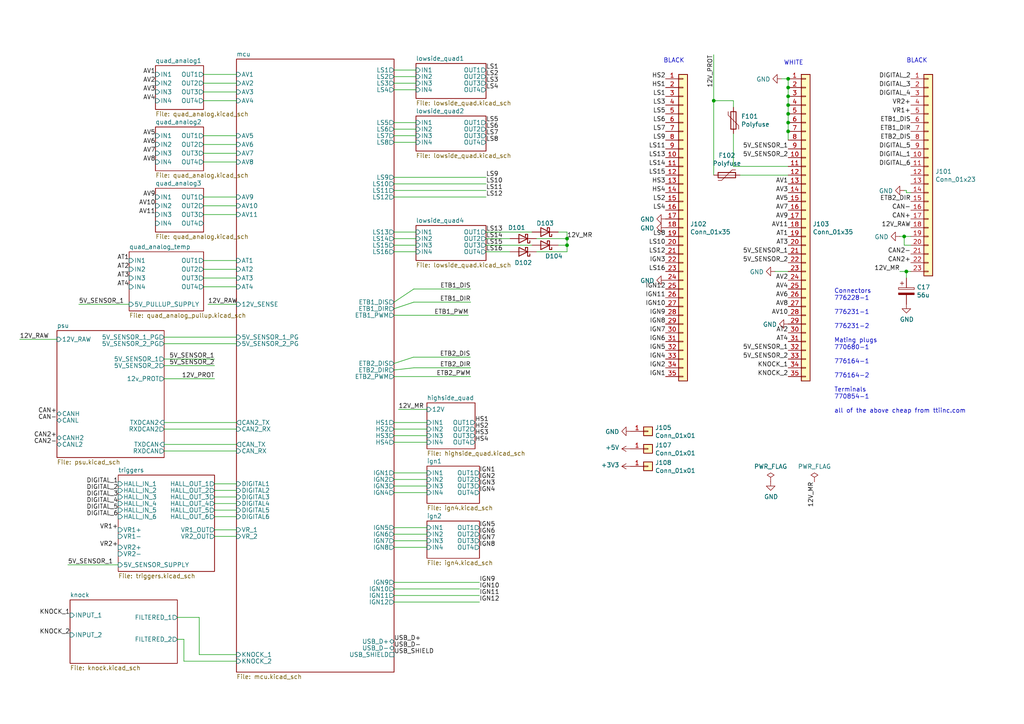
<source format=kicad_sch>
(kicad_sch (version 20211123) (generator eeschema)
  (paper "A4")
  (title_block (title "rusEfi Proteus") (date "2022-04-09") (rev "v0.7") (company "rusEFI") (comment 1 "github.com/mck1117/proteus") (comment 2 "rusefi.com/s/proteus"))
  (lib_symbols
    (symbol "Connector_Generic:Conn_01x01" (pin_names (offset 1.016) hide)
      (property "Reference" "J" (at 0 2.54 0))
      (property "Value" "Conn_01x01" (at 0 -2.54 0))
      (symbol "Conn_01x01_1_1"
        (rectangle (start -1.27 0.127) (end 0 -0.127) (stroke (width 0.1524)))
        (rectangle (start -1.27 1.27) (end 1.27 -1.27) (stroke (width 0.254)) (fill (type background)))
        (pin passive line (at -5.08 0 0) (length 3.81) (name "Pin_1") (number "1"))
      )
    )
    (symbol "Connector_Generic:Conn_01x23" (pin_names (offset 1.016) hide)
      (property "Reference" "J" (at 0 30.48 0))
      (property "Value" "Conn_01x23" (at 0 -30.48 0))
      (symbol "Conn_01x23_1_1"
        (rectangle (start -1.27 -27.813) (end 0 -28.067) (stroke (width 0.1524)))
        (rectangle (start -1.27 -25.273) (end 0 -25.527) (stroke (width 0.1524)))
        (rectangle (start -1.27 -22.733) (end 0 -22.987) (stroke (width 0.1524)))
        (rectangle (start -1.27 -20.193) (end 0 -20.447) (stroke (width 0.1524)))
        (rectangle (start -1.27 -17.653) (end 0 -17.907) (stroke (width 0.1524)))
        (rectangle (start -1.27 -15.113) (end 0 -15.367) (stroke (width 0.1524)))
        (rectangle (start -1.27 -12.573) (end 0 -12.827) (stroke (width 0.1524)))
        (rectangle (start -1.27 -10.033) (end 0 -10.287) (stroke (width 0.1524)))
        (rectangle (start -1.27 -7.493) (end 0 -7.747) (stroke (width 0.1524)))
        (rectangle (start -1.27 -4.953) (end 0 -5.207) (stroke (width 0.1524)))
        (rectangle (start -1.27 -2.413) (end 0 -2.667) (stroke (width 0.1524)))
        (rectangle (start -1.27 0.127) (end 0 -0.127) (stroke (width 0.1524)))
        (rectangle (start -1.27 2.667) (end 0 2.413) (stroke (width 0.1524)))
        (rectangle (start -1.27 5.207) (end 0 4.953) (stroke (width 0.1524)))
        (rectangle (start -1.27 7.747) (end 0 7.493) (stroke (width 0.1524)))
        (rectangle (start -1.27 10.287) (end 0 10.033) (stroke (width 0.1524)))
        (rectangle (start -1.27 12.827) (end 0 12.573) (stroke (width 0.1524)))
        (rectangle (start -1.27 15.367) (end 0 15.113) (stroke (width 0.1524)))
        (rectangle (start -1.27 17.907) (end 0 17.653) (stroke (width 0.1524)))
        (rectangle (start -1.27 20.447) (end 0 20.193) (stroke (width 0.1524)))
        (rectangle (start -1.27 22.987) (end 0 22.733) (stroke (width 0.1524)))
        (rectangle (start -1.27 25.527) (end 0 25.273) (stroke (width 0.1524)))
        (rectangle (start -1.27 28.067) (end 0 27.813) (stroke (width 0.1524)))
        (rectangle (start -1.27 29.21) (end 1.27 -29.21) (stroke (width 0.254)) (fill (type background)))
        (pin passive line (at -5.08 27.94 0) (length 3.81) (name "Pin_1") (number "1"))
        (pin passive line (at -5.08 5.08 0) (length 3.81) (name "Pin_10") (number "10"))
        (pin passive line (at -5.08 2.54 0) (length 3.81) (name "Pin_11") (number "11"))
        (pin passive line (at -5.08 0 0) (length 3.81) (name "Pin_12") (number "12"))
        (pin passive line (at -5.08 -2.54 0) (length 3.81) (name "Pin_13") (number "13"))
        (pin passive line (at -5.08 -5.08 0) (length 3.81) (name "Pin_14") (number "14"))
        (pin passive line (at -5.08 -7.62 0) (length 3.81) (name "Pin_15") (number "15"))
        (pin passive line (at -5.08 -10.16 0) (length 3.81) (name "Pin_16") (number "16"))
        (pin passive line (at -5.08 -12.7 0) (length 3.81) (name "Pin_17") (number "17"))
        (pin passive line (at -5.08 -15.24 0) (length 3.81) (name "Pin_18") (number "18"))
        (pin passive line (at -5.08 -17.78 0) (length 3.81) (name "Pin_19") (number "19"))
        (pin passive line (at -5.08 25.4 0) (length 3.81) (name "Pin_2") (number "2"))
        (pin passive line (at -5.08 -20.32 0) (length 3.81) (name "Pin_20") (number "20"))
        (pin passive line (at -5.08 -22.86 0) (length 3.81) (name "Pin_21") (number "21"))
        (pin passive line (at -5.08 -25.4 0) (length 3.81) (name "Pin_22") (number "22"))
        (pin passive line (at -5.08 -27.94 0) (length 3.81) (name "Pin_23") (number "23"))
        (pin passive line (at -5.08 22.86 0) (length 3.81) (name "Pin_3") (number "3"))
        (pin passive line (at -5.08 20.32 0) (length 3.81) (name "Pin_4") (number "4"))
        (pin passive line (at -5.08 17.78 0) (length 3.81) (name "Pin_5") (number "5"))
        (pin passive line (at -5.08 15.24 0) (length 3.81) (name "Pin_6") (number "6"))
        (pin passive line (at -5.08 12.7 0) (length 3.81) (name "Pin_7") (number "7"))
        (pin passive line (at -5.08 10.16 0) (length 3.81) (name "Pin_8") (number "8"))
        (pin passive line (at -5.08 7.62 0) (length 3.81) (name "Pin_9") (number "9"))
      )
    )
    (symbol "Connector_Generic:Conn_01x35" (pin_names (offset 1.016) hide)
      (property "Reference" "J" (at 0 45.72 0))
      (property "Value" "Conn_01x35" (at 0 -45.72 0))
      (symbol "Conn_01x35_1_1"
        (rectangle (start -1.27 -43.053) (end 0 -43.307) (stroke (width 0.1524)))
        (rectangle (start -1.27 -40.513) (end 0 -40.767) (stroke (width 0.1524)))
        (rectangle (start -1.27 -37.973) (end 0 -38.227) (stroke (width 0.1524)))
        (rectangle (start -1.27 -35.433) (end 0 -35.687) (stroke (width 0.1524)))
        (rectangle (start -1.27 -32.893) (end 0 -33.147) (stroke (width 0.1524)))
        (rectangle (start -1.27 -30.353) (end 0 -30.607) (stroke (width 0.1524)))
        (rectangle (start -1.27 -27.813) (end 0 -28.067) (stroke (width 0.1524)))
        (rectangle (start -1.27 -25.273) (end 0 -25.527) (stroke (width 0.1524)))
        (rectangle (start -1.27 -22.733) (end 0 -22.987) (stroke (width 0.1524)))
        (rectangle (start -1.27 -20.193) (end 0 -20.447) (stroke (width 0.1524)))
        (rectangle (start -1.27 -17.653) (end 0 -17.907) (stroke (width 0.1524)))
        (rectangle (start -1.27 -15.113) (end 0 -15.367) (stroke (width 0.1524)))
        (rectangle (start -1.27 -12.573) (end 0 -12.827) (stroke (width 0.1524)))
        (rectangle (start -1.27 -10.033) (end 0 -10.287) (stroke (width 0.1524)))
        (rectangle (start -1.27 -7.493) (end 0 -7.747) (stroke (width 0.1524)))
        (rectangle (start -1.27 -4.953) (end 0 -5.207) (stroke (width 0.1524)))
        (rectangle (start -1.27 -2.413) (end 0 -2.667) (stroke (width 0.1524)))
        (rectangle (start -1.27 0.127) (end 0 -0.127) (stroke (width 0.1524)))
        (rectangle (start -1.27 2.667) (end 0 2.413) (stroke (width 0.1524)))
        (rectangle (start -1.27 5.207) (end 0 4.953) (stroke (width 0.1524)))
        (rectangle (start -1.27 7.747) (end 0 7.493) (stroke (width 0.1524)))
        (rectangle (start -1.27 10.287) (end 0 10.033) (stroke (width 0.1524)))
        (rectangle (start -1.27 12.827) (end 0 12.573) (stroke (width 0.1524)))
        (rectangle (start -1.27 15.367) (end 0 15.113) (stroke (width 0.1524)))
        (rectangle (start -1.27 17.907) (end 0 17.653) (stroke (width 0.1524)))
        (rectangle (start -1.27 20.447) (end 0 20.193) (stroke (width 0.1524)))
        (rectangle (start -1.27 22.987) (end 0 22.733) (stroke (width 0.1524)))
        (rectangle (start -1.27 25.527) (end 0 25.273) (stroke (width 0.1524)))
        (rectangle (start -1.27 28.067) (end 0 27.813) (stroke (width 0.1524)))
        (rectangle (start -1.27 30.607) (end 0 30.353) (stroke (width 0.1524)))
        (rectangle (start -1.27 33.147) (end 0 32.893) (stroke (width 0.1524)))
        (rectangle (start -1.27 35.687) (end 0 35.433) (stroke (width 0.1524)))
        (rectangle (start -1.27 38.227) (end 0 37.973) (stroke (width 0.1524)))
        (rectangle (start -1.27 40.767) (end 0 40.513) (stroke (width 0.1524)))
        (rectangle (start -1.27 43.307) (end 0 43.053) (stroke (width 0.1524)))
        (rectangle (start -1.27 44.45) (end 1.27 -44.45) (stroke (width 0.254)) (fill (type background)))
        (pin passive line (at -5.08 43.18 0) (length 3.81) (name "Pin_1") (number "1"))
        (pin passive line (at -5.08 20.32 0) (length 3.81) (name "Pin_10") (number "10"))
        (pin passive line (at -5.08 17.78 0) (length 3.81) (name "Pin_11") (number "11"))
        (pin passive line (at -5.08 15.24 0) (length 3.81) (name "Pin_12") (number "12"))
        (pin passive line (at -5.08 12.7 0) (length 3.81) (name "Pin_13") (number "13"))
        (pin passive line (at -5.08 10.16 0) (length 3.81) (name "Pin_14") (number "14"))
        (pin passive line (at -5.08 7.62 0) (length 3.81) (name "Pin_15") (number "15"))
        (pin passive line (at -5.08 5.08 0) (length 3.81) (name "Pin_16") (number "16"))
        (pin passive line (at -5.08 2.54 0) (length 3.81) (name "Pin_17") (number "17"))
        (pin passive line (at -5.08 0 0) (length 3.81) (name "Pin_18") (number "18"))
        (pin passive line (at -5.08 -2.54 0) (length 3.81) (name "Pin_19") (number "19"))
        (pin passive line (at -5.08 40.64 0) (length 3.81) (name "Pin_2") (number "2"))
        (pin passive line (at -5.08 -5.08 0) (length 3.81) (name "Pin_20") (number "20"))
        (pin passive line (at -5.08 -7.62 0) (length 3.81) (name "Pin_21") (number "21"))
        (pin passive line (at -5.08 -10.16 0) (length 3.81) (name "Pin_22") (number "22"))
        (pin passive line (at -5.08 -12.7 0) (length 3.81) (name "Pin_23") (number "23"))
        (pin passive line (at -5.08 -15.24 0) (length 3.81) (name "Pin_24") (number "24"))
        (pin passive line (at -5.08 -17.78 0) (length 3.81) (name "Pin_25") (number "25"))
        (pin passive line (at -5.08 -20.32 0) (length 3.81) (name "Pin_26") (number "26"))
        (pin passive line (at -5.08 -22.86 0) (length 3.81) (name "Pin_27") (number "27"))
        (pin passive line (at -5.08 -25.4 0) (length 3.81) (name "Pin_28") (number "28"))
        (pin passive line (at -5.08 -27.94 0) (length 3.81) (name "Pin_29") (number "29"))
        (pin passive line (at -5.08 38.1 0) (length 3.81) (name "Pin_3") (number "3"))
        (pin passive line (at -5.08 -30.48 0) (length 3.81) (name "Pin_30") (number "30"))
        (pin passive line (at -5.08 -33.02 0) (length 3.81) (name "Pin_31") (number "31"))
        (pin passive line (at -5.08 -35.56 0) (length 3.81) (name "Pin_32") (number "32"))
        (pin passive line (at -5.08 -38.1 0) (length 3.81) (name "Pin_33") (number "33"))
        (pin passive line (at -5.08 -40.64 0) (length 3.81) (name "Pin_34") (number "34"))
        (pin passive line (at -5.08 -43.18 0) (length 3.81) (name "Pin_35") (number "35"))
        (pin passive line (at -5.08 35.56 0) (length 3.81) (name "Pin_4") (number "4"))
        (pin passive line (at -5.08 33.02 0) (length 3.81) (name "Pin_5") (number "5"))
        (pin passive line (at -5.08 30.48 0) (length 3.81) (name "Pin_6") (number "6"))
        (pin passive line (at -5.08 27.94 0) (length 3.81) (name "Pin_7") (number "7"))
        (pin passive line (at -5.08 25.4 0) (length 3.81) (name "Pin_8") (number "8"))
        (pin passive line (at -5.08 22.86 0) (length 3.81) (name "Pin_9") (number "9"))
      )
    )
    (symbol "Device:CP" (pin_numbers hide) (pin_names (offset 0.254))
      (property "Reference" "C" (at 0.635 2.54 0))
      (property "Value" "Device_CP" (at 0.635 -2.54 0))
      (symbol "CP_0_1"
        (rectangle (start -2.286 0.508) (end 2.286 1.016))
        (polyline (pts (xy -1.778 2.286) (xy -0.762 2.286)))
        (polyline (pts (xy -1.27 2.794) (xy -1.27 1.778)))
        (rectangle (start 2.286 -0.508) (end -2.286 -1.016) (fill (type outline)))
      )
      (symbol "CP_1_1"
        (pin passive line (at 0 3.81 270) (length 2.794) (name "~") (number "1"))
        (pin passive line (at 0 -3.81 90) (length 2.794) (name "~") (number "2"))
      )
    )
    (symbol "Device:D_Schottky" (pin_numbers hide) (pin_names (offset 1.016) hide)
      (property "Reference" "D" (at 0 2.54 0))
      (property "Value" "D_Schottky" (at 0 -2.54 0))
      (symbol "D_Schottky_0_1"
        (polyline (pts (xy 1.27 0) (xy -1.27 0)))
        (polyline (pts (xy 1.27 1.27) (xy 1.27 -1.27) (xy -1.27 0) (xy 1.27 1.27)) (stroke (width 0.254)))
        (polyline (pts (xy -1.905 0.635) (xy -1.905 1.27) (xy -1.27 1.27) (xy -1.27 -1.27) (xy -0.635 -1.27) (xy -0.635 -0.635)) (stroke (width 0.254)))
      )
      (symbol "D_Schottky_1_1"
        (pin passive line (at -3.81 0 0) (length 2.54) (name "K") (number "1"))
        (pin passive line (at 3.81 0 180) (length 2.54) (name "A") (number "2"))
      )
    )
    (symbol "Device:Polyfuse" (pin_numbers hide) (pin_names (offset 0))
      (property "Reference" "F" (at -2.54 0 90))
      (property "Value" "Polyfuse" (at 2.54 0 90))
      (symbol "Polyfuse_0_1"
        (rectangle (start -0.762 2.54) (end 0.762 -2.54) (stroke (width 0.254)))
        (polyline (pts (xy 0 2.54) (xy 0 -2.54)))
        (polyline (pts (xy -1.524 2.54) (xy -1.524 1.524) (xy 1.524 -1.524) (xy 1.524 -2.54)))
      )
      (symbol "Polyfuse_1_1"
        (pin passive line (at 0 3.81 270) (length 1.27) (name "~") (number "1"))
        (pin passive line (at 0 -3.81 90) (length 1.27) (name "~") (number "2"))
      )
    )
    (symbol "power:+3.3V" (power) (pin_names (offset 0))
      (property "Value" "+3.3V" (at 0 3.556 0))
      (symbol "+3.3V_0_1"
        (polyline (pts (xy -0.762 1.27) (xy 0 2.54)))
        (polyline (pts (xy 0 0) (xy 0 2.54)))
        (polyline (pts (xy 0 2.54) (xy 0.762 1.27)))
      )
      (symbol "+3.3V_1_1"
        (pin power_in line (at 0 0 90) (length 0) hide (name "+3V3") (number "1"))
      )
    )
    (symbol "power:+5V" (power) (pin_names (offset 0))
      (property "Value" "+5V" (at 0 3.556 0))
      (symbol "+5V_0_1"
        (polyline (pts (xy -0.762 1.27) (xy 0 2.54)))
        (polyline (pts (xy 0 0) (xy 0 2.54)))
        (polyline (pts (xy 0 2.54) (xy 0.762 1.27)))
      )
      (symbol "+5V_1_1"
        (pin power_in line (at 0 0 90) (length 0) hide (name "+5V") (number "1"))
      )
    )
    (symbol "power:GND" (power) (pin_names (offset 0))
      (property "Value" "GND" (at 0 -3.81 0))
      (symbol "GND_0_1"
        (polyline (pts (xy 0 0) (xy 0 -1.27) (xy 1.27 -1.27) (xy 0 -2.54) (xy -1.27 -1.27) (xy 0 -1.27)))
      )
      (symbol "GND_1_1"
        (pin power_in line (at 0 0 270) (length 0) hide (name "GND") (number "1"))
      )
    )
    (symbol "power:PWR_FLAG" (power) (pin_numbers hide) (pin_names (offset 0) hide)
      (property "Value" "PWR_FLAG" (at 0 3.81 0))
      (symbol "PWR_FLAG_0_0"
        (pin power_out line (at 0 0 90) (length 0) (name "pwr") (number "1"))
      )
      (symbol "PWR_FLAG_0_1"
        (polyline (pts (xy 0 0) (xy 0 1.27) (xy -1.016 1.905) (xy 0 2.54) (xy 1.016 1.905) (xy 0 1.27)))
      )
    )
  )
  (junction (at 164.465 69.215))
  (junction (at 164.465 71.12))
  (junction (at 228.6 27.94))
  (junction (at 228.6 35.56))
  (junction (at 262.89 78.74))
  (junction (at 228.6 38.1))
  (junction (at 228.6 22.86))
  (junction (at 228.6 33.02))
  (junction (at 228.6 30.48))
  (junction (at 207.01 29.21))
  (junction (at 262.255 68.58))
  (junction (at 228.6 25.4))
  (wire (pts (xy 62.23 144.145) (xy 68.58 144.145)))
  (wire (pts (xy 212.725 29.21) (xy 207.01 29.21)))
  (wire (pts (xy 114.3 168.91) (xy 139.065 168.91)))
  (wire (pts (xy 262.89 78.74) (xy 264.16 78.74)))
  (wire (pts (xy 62.23 106.045) (xy 47.625 106.045)))
  (wire (pts (xy 19.685 163.83) (xy 34.29 163.83)))
  (wire (pts (xy 47.625 124.46) (xy 68.58 124.46)))
  (wire (pts (xy 147.955 69.215) (xy 140.97 69.215)))
  (wire (pts (xy 164.465 69.215) (xy 164.465 67.31)))
  (wire (pts (xy 226.695 22.86) (xy 228.6 22.86)))
  (wire (pts (xy 123.825 142.875) (xy 114.3 142.875)))
  (wire (pts (xy 123.825 158.75) (xy 114.3 158.75)))
  (wire (pts (xy 114.3 35.56) (xy 120.65 35.56)))
  (wire (pts (xy 114.3 71.12) (xy 120.65 71.12)))
  (wire (pts (xy 114.3 128.27) (xy 123.825 128.27)))
  (wire (pts (xy 228.6 33.02) (xy 228.6 35.56)))
  (wire (pts (xy 114.3 153.035) (xy 123.825 153.035)))
  (wire (pts (xy 260.985 78.74) (xy 262.89 78.74)))
  (wire (pts (xy 114.3 174.625) (xy 139.065 174.625)))
  (wire (pts (xy 140.97 67.31) (xy 154.305 67.31)))
  (wire (pts (xy 120.65 73.025) (xy 114.3 73.025)))
  (wire (pts (xy 62.23 147.955) (xy 68.58 147.955)))
  (wire (pts (xy 114.3 53.34) (xy 140.97 53.34)))
  (wire (pts (xy 140.97 71.12) (xy 154.305 71.12)))
  (wire (pts (xy 120.015 106.68) (xy 114.3 107.315)))
  (wire (pts (xy 115.57 118.745) (xy 123.825 118.745)))
  (wire (pts (xy 262.89 55.245) (xy 262.89 55.88)))
  (wire (pts (xy 114.3 67.31) (xy 120.65 67.31)))
  (wire (pts (xy 147.955 73.025) (xy 140.97 73.025)))
  (wire (pts (xy 164.465 67.31) (xy 161.925 67.31)))
  (wire (pts (xy 114.3 55.245) (xy 140.97 55.245)))
  (wire (pts (xy 214.63 50.8) (xy 228.6 50.8)))
  (wire (pts (xy 228.6 22.86) (xy 228.6 25.4)))
  (wire (pts (xy 68.58 130.81) (xy 47.625 130.81)))
  (wire (pts (xy 224.79 78.74) (xy 228.6 78.74)))
  (wire (pts (xy 264.16 68.58) (xy 262.255 68.58)))
  (wire (pts (xy 120.65 41.275) (xy 114.3 41.275)))
  (wire (pts (xy 207.01 15.875) (xy 207.01 29.21)))
  (wire (pts (xy 68.58 29.21) (xy 59.055 29.21)))
  (wire (pts (xy 68.58 142.24) (xy 62.23 142.24)))
  (wire (pts (xy 228.6 38.1) (xy 228.6 40.64)))
  (wire (pts (xy 114.3 91.44) (xy 135.89 91.44)))
  (wire (pts (xy 228.6 48.26) (xy 212.725 48.26)))
  (wire (pts (xy 114.3 20.32) (xy 120.65 20.32)))
  (wire (pts (xy 57.785 189.865) (xy 68.58 189.865)))
  (wire (pts (xy 114.3 109.22) (xy 136.525 109.22)))
  (wire (pts (xy 120.015 83.82) (xy 136.525 83.82)))
  (wire (pts (xy 68.58 59.69) (xy 59.055 59.69)))
  (wire (pts (xy 262.89 80.645) (xy 262.89 78.74)))
  (wire (pts (xy 59.055 57.15) (xy 68.58 57.15)))
  (wire (pts (xy 5.715 98.425) (xy 16.51 98.425)))
  (wire (pts (xy 161.925 71.12) (xy 164.465 71.12)))
  (wire (pts (xy 120.65 22.225) (xy 114.3 22.225)))
  (wire (pts (xy 62.23 140.335) (xy 68.58 140.335)))
  (wire (pts (xy 51.435 185.42) (xy 53.34 185.42)))
  (wire (pts (xy 123.825 140.97) (xy 114.3 140.97)))
  (wire (pts (xy 59.055 44.45) (xy 68.58 44.45)))
  (wire (pts (xy 47.625 97.79) (xy 68.58 97.79)))
  (wire (pts (xy 47.625 99.695) (xy 68.58 99.695)))
  (wire (pts (xy 47.625 109.855) (xy 62.23 109.855)))
  (wire (pts (xy 59.055 75.565) (xy 68.58 75.565)))
  (wire (pts (xy 53.34 185.42) (xy 53.34 191.77)))
  (wire (pts (xy 262.89 55.88) (xy 264.16 55.88)))
  (wire (pts (xy 59.055 39.37) (xy 68.58 39.37)))
  (wire (pts (xy 114.3 137.16) (xy 123.825 137.16)))
  (wire (pts (xy 120.65 69.215) (xy 114.3 69.215)))
  (wire (pts (xy 60.325 88.265) (xy 68.58 88.265)))
  (wire (pts (xy 212.725 31.115) (xy 212.725 29.21)))
  (wire (pts (xy 68.58 78.105) (xy 59.055 78.105)))
  (wire (pts (xy 62.23 153.67) (xy 68.58 153.67)))
  (wire (pts (xy 114.3 39.37) (xy 120.65 39.37)))
  (wire (pts (xy 47.625 128.905) (xy 68.58 128.905)))
  (wire (pts (xy 59.055 80.645) (xy 68.58 80.645)))
  (wire (pts (xy 120.65 26.035) (xy 114.3 26.035)))
  (wire (pts (xy 228.6 25.4) (xy 228.6 27.94)))
  (wire (pts (xy 120.015 83.82) (xy 114.3 87.63)))
  (wire (pts (xy 164.465 73.025) (xy 164.465 71.12)))
  (wire (pts (xy 123.825 126.365) (xy 114.3 126.365)))
  (wire (pts (xy 114.3 170.815) (xy 139.065 170.815)))
  (wire (pts (xy 262.255 71.12) (xy 264.16 71.12)))
  (wire (pts (xy 207.01 29.21) (xy 207.01 50.8)))
  (wire (pts (xy 53.34 191.77) (xy 68.58 191.77)))
  (wire (pts (xy 262.255 55.245) (xy 262.89 55.245)))
  (wire (pts (xy 59.055 62.23) (xy 68.58 62.23)))
  (wire (pts (xy 59.055 26.67) (xy 68.58 26.67)))
  (wire (pts (xy 120.015 87.63) (xy 136.525 87.63)))
  (wire (pts (xy 119.9173 103.5911) (xy 136.4273 103.5911)))
  (wire (pts (xy 68.58 146.05) (xy 62.23 146.05)))
  (wire (pts (xy 68.58 46.99) (xy 59.055 46.99)))
  (wire (pts (xy 47.625 104.14) (xy 62.23 104.14)))
  (wire (pts (xy 212.725 48.26) (xy 212.725 38.735)))
  (wire (pts (xy 155.575 73.025) (xy 164.465 73.025)))
  (wire (pts (xy 68.58 83.185) (xy 59.055 83.185)))
  (wire (pts (xy 68.58 24.13) (xy 59.055 24.13)))
  (wire (pts (xy 114.3 172.72) (xy 139.065 172.72)))
  (wire (pts (xy 260.985 68.58) (xy 262.255 68.58)))
  (wire (pts (xy 22.86 88.265) (xy 37.465 88.265)))
  (wire (pts (xy 62.23 149.86) (xy 68.58 149.86)))
  (wire (pts (xy 164.465 69.215) (xy 155.575 69.215)))
  (wire (pts (xy 114.3 57.15) (xy 140.97 57.15)))
  (wire (pts (xy 119.9173 103.5911) (xy 114.3 105.41)))
  (wire (pts (xy 228.6 35.56) (xy 228.6 38.1)))
  (wire (pts (xy 47.625 122.555) (xy 68.58 122.555)))
  (wire (pts (xy 123.825 122.555) (xy 114.3 122.555)))
  (wire (pts (xy 51.435 179.07) (xy 57.785 179.07)))
  (wire (pts (xy 164.465 71.12) (xy 164.465 69.215)))
  (wire (pts (xy 120.015 87.63) (xy 114.3 89.535)))
  (wire (pts (xy 114.3 156.845) (xy 123.825 156.845)))
  (wire (pts (xy 228.6 27.94) (xy 228.6 30.48)))
  (wire (pts (xy 114.3 51.435) (xy 140.97 51.435)))
  (wire (pts (xy 114.3 37.465) (xy 120.65 37.465)))
  (wire (pts (xy 59.055 21.59) (xy 68.58 21.59)))
  (wire (pts (xy 262.255 68.58) (xy 262.255 71.12)))
  (wire (pts (xy 114.3 139.065) (xy 123.825 139.065)))
  (wire (pts (xy 123.825 154.94) (xy 114.3 154.94)))
  (wire (pts (xy 120.015 106.68) (xy 136.525 106.68)))
  (wire (pts (xy 68.58 41.91) (xy 59.055 41.91)))
  (wire (pts (xy 228.6 30.48) (xy 228.6 33.02)))
  (wire (pts (xy 57.785 179.07) (xy 57.785 189.865)))
  (wire (pts (xy 68.58 155.575) (xy 62.23 155.575)))
  (wire (pts (xy 114.3 124.46) (xy 123.825 124.46)))
  (wire (pts (xy 114.3 24.13) (xy 120.65 24.13)))
  (text "BLACK" (at 192.405 18.415 0) (effects (font (size 1.27 1.27)) (justify left bottom)))
  (text "Connectors\n776228-1\n\n776231-1\n\n776231-2\n\nMating plugs\n770680-1\n\n776164-1\n\n776164-2\n\nTerminals\n770854-1\n\nall of the above cheap from ttiinc.com" (at 241.935 120.015 0) (effects (font (size 1.27 1.27)) (justify left bottom)))
  (text "BLACK" (at 262.89 18.415 0) (effects (font (size 1.27 1.27)) (justify left bottom)))
  (text "WHITE" (at 227.33 19.05 0) (effects (font (size 1.27 1.27)) (justify left bottom)))
  (label "LS16" (at 140.97 73.025 0))
  (label "12V_RAW" (at 5.715 98.425 0))
  (label "DIGITAL_1" (at 264.16 45.72 180))
  (label "HS4" (at 137.795 128.27 0))
  (label "KNOCK_1" (at 228.6 106.68 180))
  (label "AV7" (at 228.6 60.96 180))
  (label "AT3" (at 37.465 80.645 180))
  (label "CAN2-" (at 264.16 73.66 180))
  (label "AV3" (at 228.6 55.88 180))
  (label "AV7" (at 45.085 44.45 180))
  (label "IGN10" (at 139.065 170.815 0))
  (label "ETB2_DIR" (at 264.16 58.42 180))
  (label "AV8" (at 228.6 88.9 180))
  (label "AV9" (at 228.6 63.5 180))
  (label "CAN-" (at 264.16 60.96 180))
  (label "DIGITAL_6" (at 34.29 149.86 180))
  (label "HS2" (at 193.04 22.86 180))
  (label "AV9" (at 45.085 57.15 180))
  (label "CAN2+" (at 16.51 127 180))
  (label "IGN11" (at 193.04 86.36 180))
  (label "AV11" (at 228.6 66.04 180))
  (label "AV1" (at 45.085 21.59 180))
  (label "AT1" (at 37.465 75.565 180))
  (label "DIGITAL_3" (at 264.16 25.4 180))
  (label "AT1" (at 228.6 68.58 180))
  (label "LS9" (at 193.04 40.64 180))
  (label "IGN8" (at 139.065 158.75 0))
  (label "AV4" (at 228.6 83.82 180))
  (label "5V_SENSOR_1" (at 228.6 43.18 180))
  (label "5V_SENSOR_1" (at 228.6 73.66 180))
  (label "LS1" (at 193.04 27.94 180))
  (label "ETB2_DIS" (at 264.16 40.64 180))
  (label "ETB2_DIR" (at 136.525 106.68 180))
  (label "VR2+" (at 34.29 158.75 180))
  (label "LS16" (at 193.04 78.74 180))
  (label "5V_SENSOR_2" (at 228.6 45.72 180))
  (label "ETB1_DIR" (at 264.16 38.1 180))
  (label "12V_MR" (at 236.22 139.7 270))
  (label "DIGITAL_1" (at 34.29 140.335 180))
  (label "LS5" (at 140.97 35.56 0))
  (label "LS7" (at 193.04 38.1 180))
  (label "IGN7" (at 139.065 156.845 0))
  (label "5V_SENSOR_1" (at 19.685 163.83 0))
  (label "IGN5" (at 193.04 101.6 180))
  (label "LS13" (at 193.04 45.72 180))
  (label "12V_PROT" (at 62.23 109.855 180))
  (label "AV2" (at 228.6 81.28 180))
  (label "LS7" (at 140.97 39.37 0))
  (label "DIGITAL_2" (at 264.16 22.86 180))
  (label "AV6" (at 228.6 86.36 180))
  (label "LS2" (at 193.04 58.42 180))
  (label "5V_SENSOR_2" (at 62.23 106.045 180))
  (label "IGN5" (at 139.065 153.035 0))
  (label "5V_SENSOR_1" (at 62.23 104.14 180))
  (label "IGN1" (at 139.065 137.16 0))
  (label "USB_D-" (at 114.3 187.96 0))
  (label "IGN4" (at 193.04 104.14 180))
  (label "IGN2" (at 139.065 139.065 0))
  (label "AT3" (at 228.6 71.12 180))
  (label "DIGITAL_5" (at 264.16 43.18 180))
  (label "KNOCK_2" (at 228.6 109.22 180))
  (label "CAN2-" (at 16.51 128.905 180))
  (label "AV2" (at 45.085 24.13 180))
  (label "12V_MR" (at 260.985 78.74 180))
  (label "USB_SHIELD" (at 114.3 189.865 0))
  (label "5V_SENSOR_1" (at 228.6 101.6 180))
  (label "DIGITAL_5" (at 34.29 147.955 180))
  (label "HS2" (at 137.795 124.46 0))
  (label "IGN10" (at 193.04 88.9 180))
  (label "AT2" (at 37.465 78.105 180))
  (label "LS4" (at 140.97 26.035 0))
  (label "12V_MR" (at 164.465 69.215 0))
  (label "LS3" (at 193.04 30.48 180))
  (label "LS4" (at 193.04 60.96 180))
  (label "LS11" (at 193.04 43.18 180))
  (label "LS8" (at 193.04 68.58 180))
  (label "CAN+" (at 264.16 63.5 180))
  (label "IGN6" (at 139.065 154.94 0))
  (label "LS15" (at 193.04 50.8 180))
  (label "HS1" (at 137.795 122.555 0))
  (label "LS8" (at 140.97 41.275 0))
  (label "IGN7" (at 193.04 96.52 180))
  (label "VR1+" (at 264.16 33.02 180))
  (label "AV1" (at 228.6 53.34 180))
  (label "DIGITAL_3" (at 34.29 144.145 180))
  (label "ETB2_DIS" (at 136.4273 103.5911 180))
  (label "LS2" (at 140.97 22.225 0))
  (label "12V_RAW" (at 264.16 66.04 180))
  (label "IGN1" (at 193.04 109.22 180))
  (label "AV11" (at 45.085 62.23 180))
  (label "AT2" (at 228.6 96.52 180))
  (label "IGN9" (at 193.04 91.44 180))
  (label "IGN3" (at 193.04 76.2 180))
  (label "LS3" (at 140.97 24.13 0))
  (label "IGN11" (at 139.065 172.72 0))
  (label "5V_SENSOR_2" (at 228.6 104.14 180))
  (label "LS15" (at 140.97 71.12 0))
  (label "USB_D+" (at 114.3 186.055 0))
  (label "KNOCK_2" (at 20.32 184.15 180))
  (label "AV8" (at 45.085 46.99 180))
  (label "AT4" (at 228.6 99.06 180))
  (label "LS1" (at 140.97 20.32 0))
  (label "AV10" (at 228.6 91.44 180))
  (label "IGN12" (at 193.04 83.82 180))
  (label "12V_RAW" (at 60.325 88.265 0))
  (label "LS12" (at 193.04 73.66 180))
  (label "AV5" (at 228.6 58.42 180))
  (label "IGN8" (at 193.04 93.98 180))
  (label "ETB1_DIS" (at 136.525 83.82 180))
  (label "IGN2" (at 193.04 106.68 180))
  (label "CAN2+" (at 264.16 76.2 180))
  (label "LS10" (at 140.97 53.34 0))
  (label "5V_SENSOR_2" (at 228.6 76.2 180))
  (label "LS6" (at 193.04 35.56 180))
  (label "12V_PROT" (at 207.01 25.4 90))
  (label "AT4" (at 37.465 83.185 180))
  (label "HS1" (at 193.04 25.4 180))
  (label "CAN-" (at 16.51 121.92 180))
  (label "12V_MR" (at 115.57 118.745 0))
  (label "LS10" (at 193.04 71.12 180))
  (label "ETB2_PWM" (at 136.525 109.22 180))
  (label "LS9" (at 140.97 51.435 0))
  (label "AV5" (at 45.085 39.37 180))
  (label "AV4" (at 45.085 29.21 180))
  (label "HS3" (at 137.795 126.365 0))
  (label "ETB1_DIS" (at 264.16 35.56 180))
  (label "IGN3" (at 139.065 140.97 0))
  (label "AV10" (at 45.085 59.69 180))
  (label "LS5" (at 193.04 33.02 180))
  (label "IGN9" (at 139.065 168.91 0))
  (label "HS3" (at 193.04 53.34 180))
  (label "LS12" (at 140.97 57.15 0))
  (label "CAN+" (at 16.51 120.015 180))
  (label "LS6" (at 140.97 37.465 0))
  (label "ETB1_PWM" (at 135.89 91.44 180))
  (label "AV6" (at 45.085 41.91 180))
  (label "VR2+" (at 264.16 30.48 180))
  (label "ETB1_DIR" (at 136.525 87.63 180))
  (label "LS14" (at 193.04 48.26 180))
  (label "DIGITAL_2" (at 34.29 142.24 180))
  (label "AV3" (at 45.085 26.67 180))
  (label "DIGITAL_6" (at 264.16 48.26 180))
  (label "LS14" (at 140.97 69.215 0))
  (label "HS4" (at 193.04 55.88 180))
  (label "VR1+" (at 34.29 153.67 180))
  (label "IGN12" (at 139.065 174.625 0))
  (label "5V_SENSOR_1" (at 22.86 88.265 0))
  (label "DIGITAL_4" (at 34.29 146.05 180))
  (label "LS13" (at 140.97 67.31 0))
  (label "IGN4" (at 139.065 142.875 0))
  (label "LS11" (at 140.97 55.245 0))
  (label "IGN6" (at 193.04 99.06 180))
  (label "KNOCK_1" (at 20.32 178.435 180))
  (label "DIGITAL_4" (at 264.16 27.94 180))
  (symbol (lib_id "Connector_Generic:Conn_01x35") (at 198.12 66.04 0) (unit 1)
    (property "Reference" "J102" (at 200.152 64.9732 0) (effects (justify left)))
    (property "Value" "Conn_01x35" (at 200.152 67.2846 0) (effects (justify left)))
    (property "Footprint" "ampseal:ampseal-35" (effects hide))
    (property "PN" "776231-1" (effects hide))
    (property "LCSC" "N/A" (effects hide))
  )
  (symbol (lib_id "Connector_Generic:Conn_01x35") (at 233.68 66.04 0) (unit 1)
    (property "Reference" "J103" (at 235.712 64.9732 0) (effects (justify left)))
    (property "Value" "Conn_01x35" (at 235.712 67.2846 0) (effects (justify left)))
    (property "Footprint" "ampseal:ampseal-35-2" (effects hide))
    (property "PN" "776231-2" (effects hide))
    (property "LCSC" "N/A" (effects hide))
  )
  (symbol (lib_id "Connector_Generic:Conn_01x23") (at 269.24 50.8 0) (unit 1)
    (property "Reference" "J101" (at 271.272 49.7332 0) (effects (justify left)))
    (property "Value" "Conn_01x23" (at 271.272 52.0446 0) (effects (justify left)))
    (property "Footprint" "ampseal:ampseal-23" (effects hide))
    (property "PN" "776228-1" (effects hide))
    (property "LCSC" "N/A" (effects hide))
  )
  (symbol (lib_id "power:GND") (at 260.985 68.58 270) (unit 1)
    (property "Reference" "#PWR0101" (effects hide))
    (property "Value" "GND" (at 257.7338 68.707 90) (effects (justify right)))
  )
  (symbol (lib_id "power:GND") (at 193.04 63.5 270) (unit 1)
    (property "Reference" "#PWR0140" (effects hide))
    (property "Value" "GND" (at 189.7888 63.627 90) (effects (justify right)))
  )
  (symbol (lib_id "power:GND") (at 193.04 66.04 270) (unit 1)
    (property "Reference" "#PWR0141" (effects hide))
    (property "Value" "GND" (at 189.7888 66.167 90) (effects (justify right)))
  )
  (symbol (lib_id "power:GND") (at 226.695 22.86 270) (unit 1)
    (property "Reference" "#PWR0142" (effects hide))
    (property "Value" "GND" (at 223.4438 22.987 90) (effects (justify right)))
  )
  (symbol (lib_id "power:GND") (at 193.04 81.28 270) (unit 1)
    (property "Reference" "#PWR0209" (effects hide))
    (property "Value" "GND" (at 189.7888 81.407 90) (effects (justify right)))
  )
  (symbol (lib_id "power:GND") (at 224.79 78.74 270) (unit 1)
    (property "Reference" "#PWR0112" (effects hide))
    (property "Value" "GND" (at 221.5388 78.867 90) (effects (justify right)))
  )
  (symbol (lib_id "Device:Polyfuse") (at 212.725 34.925 180) (unit 1)
    (property "Reference" "F101" (at 214.9602 33.7566 0) (effects (justify right)))
    (property "Value" "Polyfuse" (at 214.9602 36.068 0) (effects (justify right)))
    (property "Footprint" "Resistor_SMD:R_1206_3216Metric" (effects hide))
    (property "PN" "1206L012WR" (effects hide))
    (property "LCSC" "C207035" (effects hide))
    (property "LCSC_ext" "1" (effects hide))
  )
  (symbol (lib_id "Device:Polyfuse") (at 210.82 50.8 90) (unit 1)
    (property "Reference" "F102" (at 210.82 45.085 90))
    (property "Value" "Polyfuse" (at 210.82 47.3964 90))
    (property "Footprint" "Resistor_SMD:R_1206_3216Metric" (effects hide))
    (property "PN" "1206L012WR" (effects hide))
    (property "LCSC" "C207035" (effects hide))
    (property "LCSC_ext" "1" (effects hide))
  )
  (symbol (lib_id "Connector_Generic:Conn_01x01") (at 187.96 125.095 0) (unit 1)
    (property "Reference" "J105" (at 189.992 124.0282 0) (effects (justify left)))
    (property "Value" "Conn_01x01" (at 189.992 126.3396 0) (effects (justify left)))
    (property "Footprint" "TestPoint:TestPoint_Pad_D3.0mm" (effects hide))
    (property "LCSC" "N/A" (effects hide))
  )
  (symbol (lib_id "Connector_Generic:Conn_01x01") (at 187.96 130.175 0) (unit 1)
    (property "Reference" "J107" (at 189.992 129.1082 0) (effects (justify left)))
    (property "Value" "Conn_01x01" (at 189.992 131.4196 0) (effects (justify left)))
    (property "Footprint" "TestPoint:TestPoint_Pad_D3.0mm" (effects hide))
    (property "LCSC" "N/A" (effects hide))
  )
  (symbol (lib_id "Connector_Generic:Conn_01x01") (at 187.96 135.255 0) (unit 1)
    (property "Reference" "J108" (at 189.992 134.1882 0) (effects (justify left)))
    (property "Value" "Conn_01x01" (at 189.992 136.4996 0) (effects (justify left)))
    (property "Footprint" "TestPoint:TestPoint_Pad_D3.0mm" (effects hide))
    (property "LCSC" "N/A" (effects hide))
  )
  (symbol (lib_id "power:GND") (at 182.88 125.095 270) (unit 1)
    (property "Reference" "#PWR0248" (effects hide))
    (property "Value" "GND" (at 179.6288 125.222 90) (effects (justify right)))
  )
  (symbol (lib_id "power:+3.3V") (at 182.88 135.255 90) (unit 1)
    (property "Reference" "#PWR0249" (effects hide))
    (property "Value" "+3.3V" (at 179.6288 134.874 90) (effects (justify left)))
  )
  (symbol (lib_id "power:+5V") (at 182.88 130.175 90) (unit 1)
    (property "Reference" "#PWR0250" (effects hide))
    (property "Value" "+5V" (at 179.6288 129.794 90) (effects (justify left)))
  )
  (symbol (lib_id "power:PWR_FLAG") (at 236.22 139.7 0) (unit 1)
    (property "Reference" "#FLG0108" (effects hide))
    (property "Value" "PWR_FLAG" (at 236.22 135.3058 0))
  )
  (symbol (lib_id "power:GND") (at 223.52 139.7 0) (unit 1)
    (property "Reference" "#PWR0217" (effects hide))
    (property "Value" "GND" (at 223.647 144.0942 0))
  )
  (symbol (lib_id "power:PWR_FLAG") (at 223.52 139.7 0) (unit 1)
    (property "Reference" "#FLG0103" (effects hide))
    (property "Value" "PWR_FLAG" (at 223.52 135.3058 0))
  )
  (symbol (lib_id "power:GND") (at 228.6 93.98 270) (unit 1)
    (property "Reference" "#PWR0107" (effects hide))
    (property "Value" "GND" (at 225.3488 94.107 90) (effects (justify right)))
  )
  (symbol (lib_id "Device:D_Schottky") (at 151.765 73.025 180) (unit 1)
    (property "Reference" "D102" (at 151.765 76.2 0))
    (property "Value" "D_Schottky" (effects hide))
    (property "Footprint" "Diode_SMD:D_SMA" (effects hide))
    (property "LCSC" "C8678" (effects hide))
    (property "LCSC_ext" "0" (effects hide))
  )
  (symbol (lib_id "Device:D_Schottky") (at 158.115 71.12 180) (unit 1)
    (property "Reference" "D104" (at 160.655 74.295 0))
    (property "Value" "D_Schottky" (effects hide))
    (property "Footprint" "Diode_SMD:D_SMA" (effects hide))
    (property "LCSC" "C8678" (effects hide))
    (property "LCSC_ext" "0" (effects hide))
  )
  (symbol (lib_id "Device:D_Schottky") (at 151.765 69.215 180) (unit 1)
    (property "Reference" "D101" (at 149.86 66.04 0))
    (property "Value" "D_Schottky" (effects hide))
    (property "Footprint" "Diode_SMD:D_SMA" (effects hide))
    (property "LCSC" "C8678" (effects hide))
    (property "LCSC_ext" "0" (effects hide))
  )
  (symbol (lib_id "Device:D_Schottky") (at 158.115 67.31 180) (unit 1)
    (property "Reference" "D103" (at 158.115 64.77 0))
    (property "Value" "D_Schottky" (effects hide))
    (property "Footprint" "Diode_SMD:D_SMA" (effects hide))
    (property "LCSC" "C8678" (effects hide))
    (property "LCSC_ext" "0" (effects hide))
  )
  (symbol (lib_id "Device:CP") (at 262.89 84.455 0) (unit 1)
    (property "Reference" "C17" (at 265.8872 83.2866 0) (effects (justify left)))
    (property "Value" "56u" (at 265.8872 85.598 0) (effects (justify left)))
    (property "Footprint" "Capacitor_THT:CP_Radial_D8.0mm_P3.50mm" (effects hide))
    (property "LCSC" "N/A" (effects hide))
    (property "PN" "EEH-AZF1H560B" (effects hide))
  )
  (symbol (lib_id "power:GND") (at 262.89 88.265 0) (unit 1)
    (property "Reference" "#PWR0314" (effects hide))
    (property "Value" "GND" (at 263.017 92.6592 0))
  )
  (symbol (lib_id "power:GND") (at 262.255 55.245 270) (unit 1)
    (property "Reference" "#PWR0321" (effects hide))
    (property "Value" "GND" (at 259.0038 55.372 90) (effects (justify right)))
  )
  (sheet (at 123.825 135.2042) (size 15.24 10.795)
    (property "Sheet name" "ign1" (at 123.825 134.4926 0) (effects (justify left bottom)))
    (property "Sheet file" "ign4.kicad_sch" (at 123.825 146.5838 0) (effects (justify left top)))
    (pin "OUT1" output (at 139.065 137.16 0))
    (pin "OUT2" output (at 139.065 139.065 0))
    (pin "OUT3" output (at 139.065 140.97 0))
    (pin "OUT4" output (at 139.065 142.875 0))
    (pin "IN1" input (at 123.825 137.16 180))
    (pin "IN2" input (at 123.825 139.065 180))
    (pin "IN3" input (at 123.825 140.97 180))
    (pin "IN4" input (at 123.825 142.875 180))
  )
  (sheet (at 120.65 18.415) (size 20.32 10.16)
    (property "Sheet name" "lowside_quad1" (at 120.65 17.7034 0) (effects (justify left bottom)))
    (property "Sheet file" "lowside_quad.kicad_sch" (at 120.65 29.1596 0) (effects (justify left top)))
    (pin "OUT1" output (at 140.97 20.32 0))
    (pin "OUT2" output (at 140.97 22.225 0))
    (pin "IN1" input (at 120.65 20.32 180))
    (pin "IN2" input (at 120.65 22.225 180))
    (pin "OUT3" output (at 140.97 24.13 0))
    (pin "OUT4" output (at 140.97 26.035 0))
    (pin "IN3" input (at 120.65 24.13 180))
    (pin "IN4" input (at 120.65 26.035 180))
  )
  (sheet (at 123.825 151.13) (size 15.24 10.795)
    (property "Sheet name" "ign2" (at 123.825 150.4184 0) (effects (justify left bottom)))
    (property "Sheet file" "ign4.kicad_sch" (at 123.825 162.5096 0) (effects (justify left top)))
    (pin "OUT1" output (at 139.065 153.035 0))
    (pin "OUT2" output (at 139.065 154.94 0))
    (pin "OUT3" output (at 139.065 156.845 0))
    (pin "OUT4" output (at 139.065 158.75 0))
    (pin "IN1" input (at 123.825 153.035 180))
    (pin "IN2" input (at 123.825 154.94 180))
    (pin "IN3" input (at 123.825 156.845 180))
    (pin "IN4" input (at 123.825 158.75 180))
  )
  (sheet (at 68.58 17.145) (size 45.72 177.8)
    (property "Sheet name" "mcu" (at 68.58 16.4334 0) (effects (justify left bottom)))
    (property "Sheet file" "mcu.kicad_sch" (at 68.58 195.5296 0) (effects (justify left top)))
    (pin "LS1" output (at 114.3 20.32 0))
    (pin "LS2" output (at 114.3 22.225 0))
    (pin "LS3" output (at 114.3 24.13 0))
    (pin "LS4" output (at 114.3 26.035 0))
    (pin "LS5" output (at 114.3 35.56 0))
    (pin "LS6" output (at 114.3 37.465 0))
    (pin "LS7" output (at 114.3 39.37 0))
    (pin "LS8" output (at 114.3 41.275 0))
    (pin "LS9" output (at 114.3 51.435 0))
    (pin "LS10" output (at 114.3 53.34 0))
    (pin "LS11" output (at 114.3 55.245 0))
    (pin "LS13" output (at 114.3 67.31 0))
    (pin "LS12" output (at 114.3 57.15 0))
    (pin "LS14" output (at 114.3 69.215 0))
    (pin "LS15" output (at 114.3 71.12 0))
    (pin "LS16" output (at 114.3 73.025 0))
    (pin "AV1" input (at 68.58 21.59 180))
    (pin "AV2" input (at 68.58 24.13 180))
    (pin "AV3" input (at 68.58 26.67 180))
    (pin "AV4" input (at 68.58 29.21 180))
    (pin "AV5" input (at 68.58 39.37 180))
    (pin "AV6" input (at 68.58 41.91 180))
    (pin "AV7" input (at 68.58 44.45 180))
    (pin "AV8" input (at 68.58 46.99 180))
    (pin "AV9" input (at 68.58 57.15 180))
    (pin "AV10" input (at 68.58 59.69 180))
    (pin "AV11" input (at 68.58 62.23 180))
    (pin "AT1" input (at 68.58 75.565 180))
    (pin "AT2" input (at 68.58 78.105 180))
    (pin "AT3" input (at 68.58 80.645 180))
    (pin "AT4" input (at 68.58 83.185 180))
    (pin "5V_SENSOR_1_PG" input (at 68.58 97.79 180))
    (pin "5V_SENSOR_2_PG" input (at 68.58 99.695 180))
    (pin "ETB1_DIS" output (at 114.3 87.63 0))
    (pin "ETB1_DIR" output (at 114.3 89.535 0))
    (pin "ETB1_PWM" output (at 114.3 91.44 0))
    (pin "ETB2_DIS" output (at 114.3 105.41 0))
    (pin "ETB2_DIR" output (at 114.3 107.315 0))
    (pin "ETB2_PWM" output (at 114.3 109.22 0))
    (pin "HS1" output (at 114.3 122.555 0))
    (pin "HS2" output (at 114.3 124.46 0))
    (pin "HS3" output (at 114.3 126.365 0))
    (pin "HS4" output (at 114.3 128.27 0))
    (pin "12V_SENSE" input (at 68.58 88.265 180))
    (pin "CAN_TX" output (at 68.58 128.905 180))
    (pin "CAN_RX" input (at 68.58 130.81 180))
    (pin "DIGITAL1" input (at 68.58 140.335 180))
    (pin "DIGITAL2" input (at 68.58 142.24 180))
    (pin "DIGITAL3" input (at 68.58 144.145 180))
    (pin "DIGITAL4" input (at 68.58 146.05 180))
    (pin "DIGITAL5" input (at 68.58 147.955 180))
    (pin "DIGITAL6" input (at 68.58 149.86 180))
    (pin "IGN1" output (at 114.3 137.16 0))
    (pin "IGN2" output (at 114.3 139.065 0))
    (pin "IGN3" output (at 114.3 140.97 0))
    (pin "IGN4" output (at 114.3 142.875 0))
    (pin "IGN5" output (at 114.3 153.035 0))
    (pin "IGN6" output (at 114.3 154.94 0))
    (pin "IGN7" output (at 114.3 156.845 0))
    (pin "IGN8" output (at 114.3 158.75 0))
    (pin "IGN9" output (at 114.3 168.91 0))
    (pin "IGN10" output (at 114.3 170.815 0))
    (pin "IGN11" output (at 114.3 172.72 0))
    (pin "IGN12" output (at 114.3 174.625 0))
    (pin "USB_D-" bidirectional (at 114.3 187.96 0))
    (pin "USB_D+" bidirectional (at 114.3 186.055 0))
    (pin "USB_SHIELD" passive (at 114.3 189.865 0))
    (pin "KNOCK_1" input (at 68.58 189.865 180))
    (pin "KNOCK_2" input (at 68.58 191.77 180))
    (pin "CAN2_TX" output (at 68.58 122.555 180))
    (pin "CAN2_RX" input (at 68.58 124.46 180))
    (pin "VR_1" input (at 68.58 153.67 180))
    (pin "VR_2" input (at 68.58 155.575 180))
  )
  (sheet (at 120.65 33.655) (size 20.32 10.16)
    (property "Sheet name" "lowside_quad2" (at 120.65 32.9434 0) (effects (justify left bottom)))
    (property "Sheet file" "lowside_quad.kicad_sch" (at 120.65 44.3996 0) (effects (justify left top)))
    (pin "OUT1" output (at 140.97 35.56 0))
    (pin "OUT2" output (at 140.97 37.465 0))
    (pin "IN1" input (at 120.65 35.56 180))
    (pin "IN2" input (at 120.65 37.465 180))
    (pin "OUT3" output (at 140.97 39.37 0))
    (pin "OUT4" output (at 140.97 41.275 0))
    (pin "IN3" input (at 120.65 39.37 180))
    (pin "IN4" input (at 120.65 41.275 180))
  )
  (sheet (at 120.65 65.405) (size 20.32 10.16)
    (property "Sheet name" "lowside_quad4" (at 120.65 64.6934 0) (effects (justify left bottom)))
    (property "Sheet file" "lowside_quad.kicad_sch" (at 120.65 76.1496 0) (effects (justify left top)))
    (pin "OUT1" output (at 140.97 67.31 0))
    (pin "OUT2" output (at 140.97 69.215 0))
    (pin "IN1" input (at 120.65 67.31 180))
    (pin "IN2" input (at 120.65 69.215 180))
    (pin "OUT3" output (at 140.97 71.12 0))
    (pin "OUT4" output (at 140.97 73.025 0))
    (pin "IN3" input (at 120.65 71.12 180))
    (pin "IN4" input (at 120.65 73.025 180))
  )
  (sheet (at 45.085 19.05) (size 13.97 12.7)
    (property "Sheet name" "quad_analog1" (at 45.085 18.3384 0) (effects (justify left bottom)))
    (property "Sheet file" "quad_analog.kicad_sch" (at 45.085 32.3346 0) (effects (justify left top)))
    (pin "IN1" input (at 45.085 21.59 180))
    (pin "IN2" input (at 45.085 24.13 180))
    (pin "IN3" input (at 45.085 26.67 180))
    (pin "IN4" input (at 45.085 29.21 180))
    (pin "OUT1" output (at 59.055 21.59 0))
    (pin "OUT2" output (at 59.055 24.13 0))
    (pin "OUT3" output (at 59.055 26.67 0))
    (pin "OUT4" output (at 59.055 29.21 0))
  )
  (sheet (at 45.085 36.83) (size 13.97 12.7)
    (property "Sheet name" "quad_analog2" (at 45.085 36.1184 0) (effects (justify left bottom)))
    (property "Sheet file" "quad_analog.kicad_sch" (at 45.085 50.1146 0) (effects (justify left top)))
    (pin "IN1" input (at 45.085 39.37 180))
    (pin "IN2" input (at 45.085 41.91 180))
    (pin "IN3" input (at 45.085 44.45 180))
    (pin "IN4" input (at 45.085 46.99 180))
    (pin "OUT1" output (at 59.055 39.37 0))
    (pin "OUT2" output (at 59.055 41.91 0))
    (pin "OUT3" output (at 59.055 44.45 0))
    (pin "OUT4" output (at 59.055 46.99 0))
  )
  (sheet (at 45.085 54.61) (size 13.97 12.7)
    (property "Sheet name" "quad_analog3" (at 45.085 53.8984 0) (effects (justify left bottom)))
    (property "Sheet file" "quad_analog.kicad_sch" (at 45.085 67.8946 0) (effects (justify left top)))
    (pin "IN1" input (at 45.085 57.15 180))
    (pin "IN2" input (at 45.085 59.69 180))
    (pin "IN3" input (at 45.085 62.23 180))
    (pin "IN4" input (at 45.085 64.77 180))
    (pin "OUT1" output (at 59.055 57.15 0))
    (pin "OUT2" output (at 59.055 59.69 0))
    (pin "OUT3" output (at 59.055 62.23 0))
    (pin "OUT4" output (at 59.055 64.77 0))
  )
  (sheet (at 16.51 95.885) (size 31.115 36.83)
    (property "Sheet name" "psu" (at 16.51 95.1734 0) (effects (justify left bottom)))
    (property "Sheet file" "psu.kicad_sch" (at 16.51 133.2996 0) (effects (justify left top)))
    (pin "12V_RAW" input (at 16.51 98.425 180))
    (pin "5V_SENSOR_1" output (at 47.625 104.14 0))
    (pin "5V_SENSOR_1_PG" output (at 47.625 97.79 0))
    (pin "5V_SENSOR_2" output (at 47.625 106.045 0))
    (pin "5V_SENSOR_2_PG" output (at 47.625 99.695 0))
    (pin "CANH" bidirectional (at 16.51 120.015 180))
    (pin "CANL" bidirectional (at 16.51 121.92 180))
    (pin "TXDCAN" input (at 47.625 128.905 0))
    (pin "RXDCAN" output (at 47.625 130.81 0))
    (pin "12v_PROT" output (at 47.625 109.855 0))
    (pin "TXDCAN2" input (at 47.625 122.555 0))
    (pin "RXDCAN2" output (at 47.625 124.46 0))
    (pin "CANH2" bidirectional (at 16.51 127 180))
    (pin "CANL2" bidirectional (at 16.51 128.905 180))
  )
  (sheet (at 37.465 73.025) (size 21.59 17.145)
    (property "Sheet name" "quad_analog_temp" (at 37.465 72.3134 0) (effects (justify left bottom)))
    (property "Sheet file" "quad_analog_pullup.kicad_sch" (at 37.465 90.7546 0) (effects (justify left top)))
    (pin "IN1" input (at 37.465 75.565 180))
    (pin "IN2" input (at 37.465 78.105 180))
    (pin "IN3" input (at 37.465 80.645 180))
    (pin "IN4" input (at 37.465 83.185 180))
    (pin "OUT1" output (at 59.055 75.565 0))
    (pin "OUT2" output (at 59.055 78.105 0))
    (pin "OUT3" output (at 59.055 80.645 0))
    (pin "OUT4" output (at 59.055 83.185 0))
    (pin "5V_PULLUP_SUPPLY" input (at 37.465 88.265 180))
  )
  (sheet (at 123.825 116.84) (size 13.97 13.335)
    (property "Sheet name" "highside_quad" (at 123.825 116.1284 0) (effects (justify left bottom)))
    (property "Sheet file" "highside_quad.kicad_sch" (at 123.825 130.7596 0) (effects (justify left top)))
    (pin "12V" input (at 123.825 118.745 180))
    (pin "OUT1" output (at 137.795 122.555 0))
    (pin "OUT2" output (at 137.795 124.46 0))
    (pin "OUT3" output (at 137.795 126.365 0))
    (pin "OUT4" output (at 137.795 128.27 0))
    (pin "IN1" input (at 123.825 122.555 180))
    (pin "IN2" input (at 123.825 124.46 180))
    (pin "IN3" input (at 123.825 126.365 180))
    (pin "IN4" input (at 123.825 128.27 180))
  )
  (sheet (at 34.29 137.795) (size 27.94 27.94)
    (property "Sheet name" "triggers" (at 34.29 137.0834 0) (effects (justify left bottom)))
    (property "Sheet file" "triggers.kicad_sch" (at 34.29 166.3196 0) (effects (justify left top)))
    (pin "HALL_IN_1" input (at 34.29 140.335 180))
    (pin "5V_SENSOR_SUPPLY" input (at 34.29 163.83 180))
    (pin "HALL_OUT_1" output (at 62.23 140.335 0))
    (pin "HALL_IN_2" input (at 34.29 142.24 180))
    (pin "HALL_OUT_2" output (at 62.23 142.24 0))
    (pin "HALL_IN_3" input (at 34.29 144.145 180))
    (pin "HALL_OUT_3" output (at 62.23 144.145 0))
    (pin "HALL_IN_4" input (at 34.29 146.05 180))
    (pin "HALL_OUT_4" output (at 62.23 146.05 0))
    (pin "VR1+" input (at 34.29 153.67 180))
    (pin "VR1-" input (at 34.29 155.575 180))
    (pin "VR2+" input (at 34.29 158.75 180))
    (pin "VR2-" input (at 34.29 160.655 180))
    (pin "VR1_OUT" output (at 62.23 153.67 0))
    (pin "VR2_OUT" output (at 62.23 155.575 0))
    (pin "HALL_IN_5" input (at 34.29 147.955 180))
    (pin "HALL_IN_6" input (at 34.29 149.86 180))
    (pin "HALL_OUT_5" output (at 62.23 147.955 0))
    (pin "HALL_OUT_6" output (at 62.23 149.86 0))
  )
  (sheet (at 20.32 173.99) (size 31.115 18.415)
    (property "Sheet name" "knock" (at 20.32 173.2784 0) (effects (justify left bottom)))
    (property "Sheet file" "knock.kicad_sch" (at 20.32 192.9896 0) (effects (justify left top)))
    (pin "FILTERED_1" output (at 51.435 179.07 0))
    (pin "INPUT_1" input (at 20.32 178.435 180))
    (pin "FILTERED_2" output (at 51.435 185.42 0))
    (pin "INPUT_2" input (at 20.32 184.15 180))
  )
)
</source>
